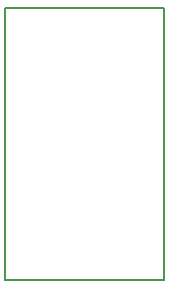
<source format=gm1>
G04 MADE WITH FRITZING*
G04 WWW.FRITZING.ORG*
G04 DOUBLE SIDED*
G04 HOLES PLATED*
G04 CONTOUR ON CENTER OF CONTOUR VECTOR*
%ASAXBY*%
%FSLAX23Y23*%
%MOIN*%
%OFA0B0*%
%SFA1.0B1.0*%
%ADD10R,0.536807X0.916311*%
%ADD11C,0.008000*%
%ADD10C,0.008*%
%LNCONTOUR*%
G90*
G70*
G54D10*
G54D11*
X4Y912D02*
X533Y912D01*
X533Y4D01*
X4Y4D01*
X4Y912D01*
D02*
G04 End of contour*
M02*
</source>
